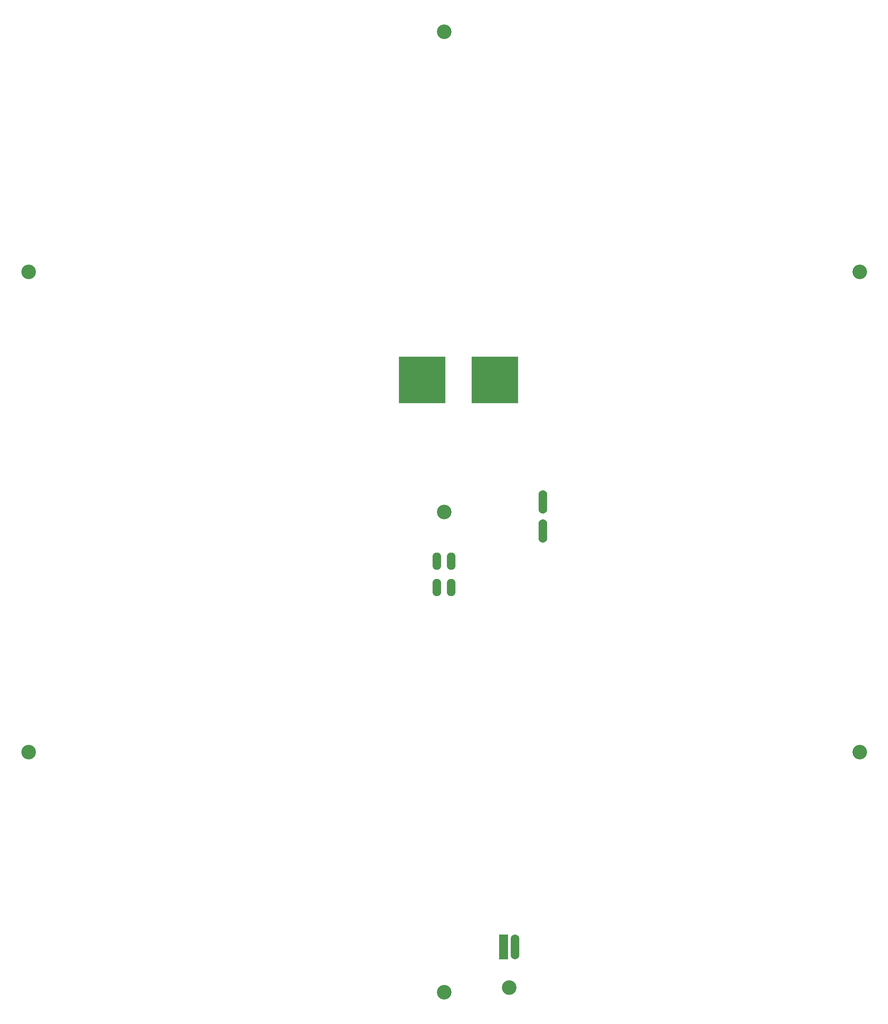
<source format=gbr>
G04 DipTrace 2.3.1.0*
%INBottomMask_58744_REV3_BLACKPOINT.gbr*%
%MOIN*%
%ADD21O,0.075X0.2*%
%ADD22O,0.075X0.2125*%
%ADD24O,0.075X0.15*%
%ADD27C,0.126*%
%FSLAX44Y44*%
G04*
G70*
G90*
G75*
G01*
%LNBotMask*%
%LPD*%
D27*
X47244Y88587D3*
X11444Y67917D3*
X83044D3*
Y26577D3*
X11444D3*
X47244Y5907D3*
Y47247D3*
X52874Y6317D3*
G36*
X49619Y60622D2*
X53619D1*
Y56622D1*
X49619D1*
Y60622D1*
G37*
G36*
X43369D2*
X47369D1*
Y56622D1*
X43369D1*
Y60622D1*
G37*
D22*
X53369Y9810D3*
G36*
X51994Y10872D2*
X52744D1*
Y8747D1*
X51994D1*
Y10872D1*
G37*
D21*
X55744Y45622D3*
Y48122D3*
D24*
X47869Y42997D3*
X46619D3*
X47869Y40747D3*
X46619D3*
M02*

</source>
